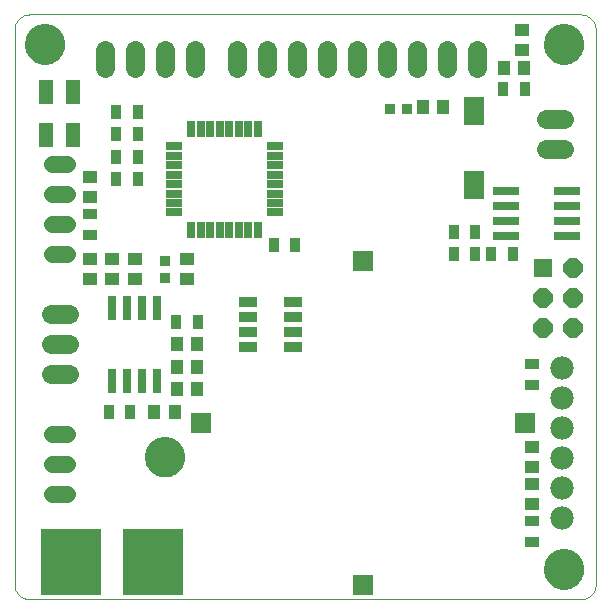
<source format=gts>
G75*
G70*
%OFA0B0*%
%FSLAX24Y24*%
%IPPOS*%
%LPD*%
%AMOC8*
5,1,8,0,0,1.08239X$1,22.5*
%
%ADD10C,0.0000*%
%ADD11R,0.0260X0.0540*%
%ADD12R,0.0540X0.0260*%
%ADD13R,0.0355X0.0512*%
%ADD14C,0.0640*%
%ADD15R,0.0355X0.0355*%
%ADD16R,0.0434X0.0473*%
%ADD17R,0.0473X0.0788*%
%ADD18C,0.0780*%
%ADD19R,0.0640X0.0640*%
%ADD20OC8,0.0640*%
%ADD21R,0.0473X0.0434*%
%ADD22R,0.0512X0.0355*%
%ADD23R,0.0300X0.0840*%
%ADD24C,0.0555*%
%ADD25R,0.2009X0.2205*%
%ADD26R,0.0670X0.0670*%
%ADD27R,0.0640X0.0340*%
%ADD28R,0.0906X0.0276*%
%ADD29C,0.1340*%
%ADD30R,0.0670X0.0946*%
D10*
X006618Y007811D02*
X024988Y007811D01*
X025032Y007813D01*
X025075Y007819D01*
X025117Y007828D01*
X025159Y007841D01*
X025199Y007858D01*
X025238Y007878D01*
X025275Y007901D01*
X025309Y007928D01*
X025342Y007957D01*
X025371Y007990D01*
X025398Y008024D01*
X025421Y008061D01*
X025441Y008100D01*
X025458Y008140D01*
X025471Y008182D01*
X025480Y008224D01*
X025486Y008267D01*
X025488Y008311D01*
X025488Y026807D01*
X025486Y026851D01*
X025480Y026894D01*
X025471Y026936D01*
X025458Y026978D01*
X025441Y027018D01*
X025421Y027057D01*
X025398Y027094D01*
X025371Y027128D01*
X025342Y027161D01*
X025309Y027190D01*
X025275Y027217D01*
X025238Y027240D01*
X025199Y027260D01*
X025159Y027277D01*
X025117Y027290D01*
X025075Y027299D01*
X025032Y027305D01*
X024988Y027307D01*
X006618Y027307D01*
X006574Y027305D01*
X006531Y027299D01*
X006489Y027290D01*
X006447Y027277D01*
X006407Y027260D01*
X006368Y027240D01*
X006331Y027217D01*
X006297Y027190D01*
X006264Y027161D01*
X006235Y027128D01*
X006208Y027094D01*
X006185Y027057D01*
X006165Y027018D01*
X006148Y026978D01*
X006135Y026936D01*
X006126Y026894D01*
X006120Y026851D01*
X006118Y026807D01*
X006118Y008311D01*
X006120Y008267D01*
X006126Y008224D01*
X006135Y008182D01*
X006148Y008140D01*
X006165Y008100D01*
X006185Y008061D01*
X006208Y008024D01*
X006235Y007990D01*
X006264Y007957D01*
X006297Y007928D01*
X006331Y007901D01*
X006368Y007878D01*
X006407Y007858D01*
X006447Y007841D01*
X006489Y007828D01*
X006531Y007819D01*
X006574Y007813D01*
X006618Y007811D01*
X010468Y012561D02*
X010470Y012611D01*
X010476Y012661D01*
X010486Y012711D01*
X010499Y012759D01*
X010516Y012807D01*
X010537Y012853D01*
X010561Y012897D01*
X010589Y012939D01*
X010620Y012979D01*
X010654Y013016D01*
X010691Y013051D01*
X010730Y013082D01*
X010771Y013111D01*
X010815Y013136D01*
X010861Y013158D01*
X010908Y013176D01*
X010956Y013190D01*
X011005Y013201D01*
X011055Y013208D01*
X011105Y013211D01*
X011156Y013210D01*
X011206Y013205D01*
X011256Y013196D01*
X011304Y013184D01*
X011352Y013167D01*
X011398Y013147D01*
X011443Y013124D01*
X011486Y013097D01*
X011526Y013067D01*
X011564Y013034D01*
X011599Y012998D01*
X011632Y012959D01*
X011661Y012918D01*
X011687Y012875D01*
X011710Y012830D01*
X011729Y012783D01*
X011744Y012735D01*
X011756Y012686D01*
X011764Y012636D01*
X011768Y012586D01*
X011768Y012536D01*
X011764Y012486D01*
X011756Y012436D01*
X011744Y012387D01*
X011729Y012339D01*
X011710Y012292D01*
X011687Y012247D01*
X011661Y012204D01*
X011632Y012163D01*
X011599Y012124D01*
X011564Y012088D01*
X011526Y012055D01*
X011486Y012025D01*
X011443Y011998D01*
X011398Y011975D01*
X011352Y011955D01*
X011304Y011938D01*
X011256Y011926D01*
X011206Y011917D01*
X011156Y011912D01*
X011105Y011911D01*
X011055Y011914D01*
X011005Y011921D01*
X010956Y011932D01*
X010908Y011946D01*
X010861Y011964D01*
X010815Y011986D01*
X010771Y012011D01*
X010730Y012040D01*
X010691Y012071D01*
X010654Y012106D01*
X010620Y012143D01*
X010589Y012183D01*
X010561Y012225D01*
X010537Y012269D01*
X010516Y012315D01*
X010499Y012363D01*
X010486Y012411D01*
X010476Y012461D01*
X010470Y012511D01*
X010468Y012561D01*
X006468Y026311D02*
X006470Y026361D01*
X006476Y026411D01*
X006486Y026461D01*
X006499Y026509D01*
X006516Y026557D01*
X006537Y026603D01*
X006561Y026647D01*
X006589Y026689D01*
X006620Y026729D01*
X006654Y026766D01*
X006691Y026801D01*
X006730Y026832D01*
X006771Y026861D01*
X006815Y026886D01*
X006861Y026908D01*
X006908Y026926D01*
X006956Y026940D01*
X007005Y026951D01*
X007055Y026958D01*
X007105Y026961D01*
X007156Y026960D01*
X007206Y026955D01*
X007256Y026946D01*
X007304Y026934D01*
X007352Y026917D01*
X007398Y026897D01*
X007443Y026874D01*
X007486Y026847D01*
X007526Y026817D01*
X007564Y026784D01*
X007599Y026748D01*
X007632Y026709D01*
X007661Y026668D01*
X007687Y026625D01*
X007710Y026580D01*
X007729Y026533D01*
X007744Y026485D01*
X007756Y026436D01*
X007764Y026386D01*
X007768Y026336D01*
X007768Y026286D01*
X007764Y026236D01*
X007756Y026186D01*
X007744Y026137D01*
X007729Y026089D01*
X007710Y026042D01*
X007687Y025997D01*
X007661Y025954D01*
X007632Y025913D01*
X007599Y025874D01*
X007564Y025838D01*
X007526Y025805D01*
X007486Y025775D01*
X007443Y025748D01*
X007398Y025725D01*
X007352Y025705D01*
X007304Y025688D01*
X007256Y025676D01*
X007206Y025667D01*
X007156Y025662D01*
X007105Y025661D01*
X007055Y025664D01*
X007005Y025671D01*
X006956Y025682D01*
X006908Y025696D01*
X006861Y025714D01*
X006815Y025736D01*
X006771Y025761D01*
X006730Y025790D01*
X006691Y025821D01*
X006654Y025856D01*
X006620Y025893D01*
X006589Y025933D01*
X006561Y025975D01*
X006537Y026019D01*
X006516Y026065D01*
X006499Y026113D01*
X006486Y026161D01*
X006476Y026211D01*
X006470Y026261D01*
X006468Y026311D01*
X023768Y026311D02*
X023770Y026361D01*
X023776Y026411D01*
X023786Y026461D01*
X023799Y026509D01*
X023816Y026557D01*
X023837Y026603D01*
X023861Y026647D01*
X023889Y026689D01*
X023920Y026729D01*
X023954Y026766D01*
X023991Y026801D01*
X024030Y026832D01*
X024071Y026861D01*
X024115Y026886D01*
X024161Y026908D01*
X024208Y026926D01*
X024256Y026940D01*
X024305Y026951D01*
X024355Y026958D01*
X024405Y026961D01*
X024456Y026960D01*
X024506Y026955D01*
X024556Y026946D01*
X024604Y026934D01*
X024652Y026917D01*
X024698Y026897D01*
X024743Y026874D01*
X024786Y026847D01*
X024826Y026817D01*
X024864Y026784D01*
X024899Y026748D01*
X024932Y026709D01*
X024961Y026668D01*
X024987Y026625D01*
X025010Y026580D01*
X025029Y026533D01*
X025044Y026485D01*
X025056Y026436D01*
X025064Y026386D01*
X025068Y026336D01*
X025068Y026286D01*
X025064Y026236D01*
X025056Y026186D01*
X025044Y026137D01*
X025029Y026089D01*
X025010Y026042D01*
X024987Y025997D01*
X024961Y025954D01*
X024932Y025913D01*
X024899Y025874D01*
X024864Y025838D01*
X024826Y025805D01*
X024786Y025775D01*
X024743Y025748D01*
X024698Y025725D01*
X024652Y025705D01*
X024604Y025688D01*
X024556Y025676D01*
X024506Y025667D01*
X024456Y025662D01*
X024405Y025661D01*
X024355Y025664D01*
X024305Y025671D01*
X024256Y025682D01*
X024208Y025696D01*
X024161Y025714D01*
X024115Y025736D01*
X024071Y025761D01*
X024030Y025790D01*
X023991Y025821D01*
X023954Y025856D01*
X023920Y025893D01*
X023889Y025933D01*
X023861Y025975D01*
X023837Y026019D01*
X023816Y026065D01*
X023799Y026113D01*
X023786Y026161D01*
X023776Y026211D01*
X023770Y026261D01*
X023768Y026311D01*
X023768Y008811D02*
X023770Y008861D01*
X023776Y008911D01*
X023786Y008961D01*
X023799Y009009D01*
X023816Y009057D01*
X023837Y009103D01*
X023861Y009147D01*
X023889Y009189D01*
X023920Y009229D01*
X023954Y009266D01*
X023991Y009301D01*
X024030Y009332D01*
X024071Y009361D01*
X024115Y009386D01*
X024161Y009408D01*
X024208Y009426D01*
X024256Y009440D01*
X024305Y009451D01*
X024355Y009458D01*
X024405Y009461D01*
X024456Y009460D01*
X024506Y009455D01*
X024556Y009446D01*
X024604Y009434D01*
X024652Y009417D01*
X024698Y009397D01*
X024743Y009374D01*
X024786Y009347D01*
X024826Y009317D01*
X024864Y009284D01*
X024899Y009248D01*
X024932Y009209D01*
X024961Y009168D01*
X024987Y009125D01*
X025010Y009080D01*
X025029Y009033D01*
X025044Y008985D01*
X025056Y008936D01*
X025064Y008886D01*
X025068Y008836D01*
X025068Y008786D01*
X025064Y008736D01*
X025056Y008686D01*
X025044Y008637D01*
X025029Y008589D01*
X025010Y008542D01*
X024987Y008497D01*
X024961Y008454D01*
X024932Y008413D01*
X024899Y008374D01*
X024864Y008338D01*
X024826Y008305D01*
X024786Y008275D01*
X024743Y008248D01*
X024698Y008225D01*
X024652Y008205D01*
X024604Y008188D01*
X024556Y008176D01*
X024506Y008167D01*
X024456Y008162D01*
X024405Y008161D01*
X024355Y008164D01*
X024305Y008171D01*
X024256Y008182D01*
X024208Y008196D01*
X024161Y008214D01*
X024115Y008236D01*
X024071Y008261D01*
X024030Y008290D01*
X023991Y008321D01*
X023954Y008356D01*
X023920Y008393D01*
X023889Y008433D01*
X023861Y008475D01*
X023837Y008519D01*
X023816Y008565D01*
X023799Y008613D01*
X023786Y008661D01*
X023776Y008711D01*
X023770Y008761D01*
X023768Y008811D01*
D11*
X014220Y020121D03*
X013905Y020121D03*
X013590Y020121D03*
X013275Y020121D03*
X012960Y020121D03*
X012645Y020121D03*
X012330Y020121D03*
X012015Y020121D03*
X012015Y023501D03*
X012330Y023501D03*
X012645Y023501D03*
X012960Y023501D03*
X013275Y023501D03*
X013590Y023501D03*
X013905Y023501D03*
X014220Y023501D03*
D12*
X014808Y022913D03*
X014808Y022598D03*
X014808Y022283D03*
X014808Y021969D03*
X014808Y021654D03*
X014808Y021339D03*
X014808Y021024D03*
X014808Y020709D03*
X011428Y020709D03*
X011428Y021024D03*
X011428Y021339D03*
X011428Y021654D03*
X011428Y021969D03*
X011428Y022283D03*
X011428Y022598D03*
X011428Y022913D03*
D13*
X010222Y022561D03*
X009513Y022561D03*
X009513Y021811D03*
X010222Y021811D03*
X010222Y023311D03*
X009513Y023311D03*
X009513Y024061D03*
X010222Y024061D03*
X014763Y019611D03*
X015472Y019611D03*
X012222Y017061D03*
X011513Y017061D03*
X009972Y014061D03*
X009263Y014061D03*
X020763Y019311D03*
X021472Y019311D03*
X022013Y019311D03*
X022722Y019311D03*
X021472Y020061D03*
X020763Y020061D03*
X022413Y024811D03*
X023122Y024811D03*
D14*
X023818Y023811D02*
X024418Y023811D01*
X024418Y022811D02*
X023818Y022811D01*
X021518Y025511D02*
X021518Y026111D01*
X020518Y026111D02*
X020518Y025511D01*
X019518Y025511D02*
X019518Y026111D01*
X018518Y026111D02*
X018518Y025511D01*
X017518Y025511D02*
X017518Y026111D01*
X016518Y026111D02*
X016518Y025511D01*
X015518Y025511D02*
X015518Y026111D01*
X014518Y026111D02*
X014518Y025511D01*
X013518Y025511D02*
X013518Y026111D01*
X012118Y026111D02*
X012118Y025511D01*
X011118Y025511D02*
X011118Y026111D01*
X010118Y026111D02*
X010118Y025511D01*
X009118Y025511D02*
X009118Y026111D01*
X007918Y017311D02*
X007318Y017311D01*
X007318Y016311D02*
X007918Y016311D01*
X007918Y015311D02*
X007318Y015311D01*
D15*
X011118Y018516D03*
X011118Y019106D03*
X018623Y024161D03*
X019213Y024161D03*
D16*
X019733Y024211D03*
X020402Y024211D03*
X022433Y025511D03*
X023102Y025511D03*
X012202Y016311D03*
X011533Y016311D03*
X011533Y015561D03*
X012202Y015561D03*
X012202Y014811D03*
X011533Y014811D03*
X011452Y014061D03*
X010783Y014061D03*
D17*
X008071Y023283D03*
X007165Y023283D03*
X007165Y024739D03*
X008071Y024739D03*
D18*
X024368Y015511D03*
X024368Y014511D03*
X024368Y013511D03*
X024368Y012511D03*
X024368Y011511D03*
X024368Y010511D03*
D19*
X023718Y018861D03*
D20*
X024718Y018861D03*
X024718Y017861D03*
X023718Y017861D03*
X023718Y016861D03*
X024718Y016861D03*
D21*
X023368Y012896D03*
X023368Y012226D03*
X023368Y011646D03*
X023368Y010976D03*
X011868Y018476D03*
X011868Y019146D03*
X010118Y019146D03*
X010118Y018476D03*
X009368Y018476D03*
X009368Y019146D03*
X008618Y019146D03*
X008618Y018476D03*
X008618Y021226D03*
X008618Y021896D03*
X023018Y026126D03*
X023018Y026796D03*
D22*
X023368Y015665D03*
X023368Y014957D03*
X023368Y010415D03*
X023368Y009707D03*
X008618Y019957D03*
X008618Y020665D03*
D23*
X009368Y017521D03*
X009868Y017521D03*
X010368Y017521D03*
X010868Y017521D03*
X010868Y015101D03*
X010368Y015101D03*
X009868Y015101D03*
X009368Y015101D03*
D24*
X007875Y013311D02*
X007360Y013311D01*
X007360Y012311D02*
X007875Y012311D01*
X007875Y011311D02*
X007360Y011311D01*
X007360Y019311D02*
X007875Y019311D01*
X007875Y020311D02*
X007360Y020311D01*
X007360Y021311D02*
X007875Y021311D01*
X007875Y022311D02*
X007360Y022311D01*
D25*
X007990Y009042D03*
X010746Y009042D03*
D26*
X012342Y013693D03*
X017736Y019087D03*
X023130Y013693D03*
X017736Y008299D03*
D27*
X015404Y016228D03*
X015404Y016728D03*
X015404Y017228D03*
X015404Y017728D03*
X013904Y017728D03*
X013904Y017228D03*
X013904Y016728D03*
X013904Y016228D03*
D28*
X022494Y019911D03*
X022494Y020411D03*
X022494Y020911D03*
X022494Y021411D03*
X024541Y021411D03*
X024541Y020911D03*
X024541Y020411D03*
X024541Y019911D03*
D29*
X024418Y026311D03*
X011118Y012561D03*
X024418Y008811D03*
X007118Y026311D03*
D30*
X021418Y024101D03*
X021418Y021621D03*
M02*

</source>
